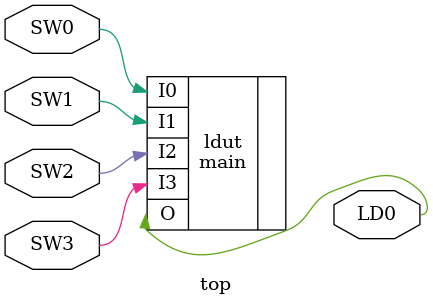
<source format=v>
module top(
  input SW0,
  input SW1,
  input SW2,
  input SW3,
  output LD0
);

  // add connection from FPGA IO to the main
  main ldut( 
        .I0(SW0),
        .I1(SW1),
        .I2(SW2),
        .I3(SW3),
        .O(LD0) 
    );

endmodule
</source>
